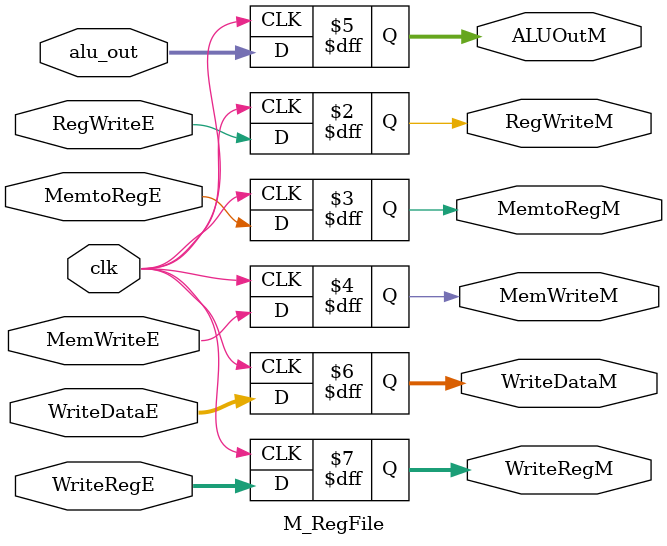
<source format=v>
`timescale 1ns / 1ps
module M_RegFile(
   input clk,
	input RegWriteE,
	input MemtoRegE,
   input MemWriteE,
   input [31:0]alu_out,
   input [31:0]WriteDataE,
   input [4:0]WriteRegE,
   output reg RegWriteM,
	output reg MemtoRegM,
   output reg MemWriteM,
   output reg [31:0]ALUOutM,
   output reg [31:0]WriteDataM,
   output reg [4:0]WriteRegM
    );

always@(posedge clk)
begin
          RegWriteM <= RegWriteE;
			 MemtoRegM <= MemtoRegE;
		    MemWriteM <= MemWriteE;
			 ALUOutM   <= alu_out;
			 WriteDataM<= WriteDataE;
			 WriteRegM <= WriteRegE;
end

endmodule

</source>
